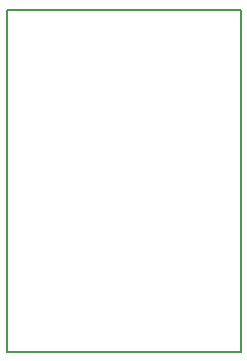
<source format=gbr>
G04 #@! TF.GenerationSoftware,KiCad,Pcbnew,(5.99.0-9812-gfee3c41c40)*
G04 #@! TF.CreationDate,2021-03-20T22:33:38-07:00*
G04 #@! TF.ProjectId,homebreakout,686f6d65-6272-4656-916b-6f75742e6b69,rev?*
G04 #@! TF.SameCoordinates,Original*
G04 #@! TF.FileFunction,Profile,NP*
%FSLAX46Y46*%
G04 Gerber Fmt 4.6, Leading zero omitted, Abs format (unit mm)*
G04 Created by KiCad (PCBNEW (5.99.0-9812-gfee3c41c40)) date 2021-03-20 22:33:38*
%MOMM*%
%LPD*%
G01*
G04 APERTURE LIST*
G04 #@! TA.AperFunction,Profile*
%ADD10C,0.150000*%
G04 #@! TD*
G04 APERTURE END LIST*
D10*
X154559000Y-122936000D02*
X174371000Y-122936000D01*
X174371000Y-122936000D02*
X174371000Y-93980000D01*
X174371000Y-93980000D02*
X154559000Y-93980000D01*
X154559000Y-93980000D02*
X154559000Y-122936000D01*
M02*

</source>
